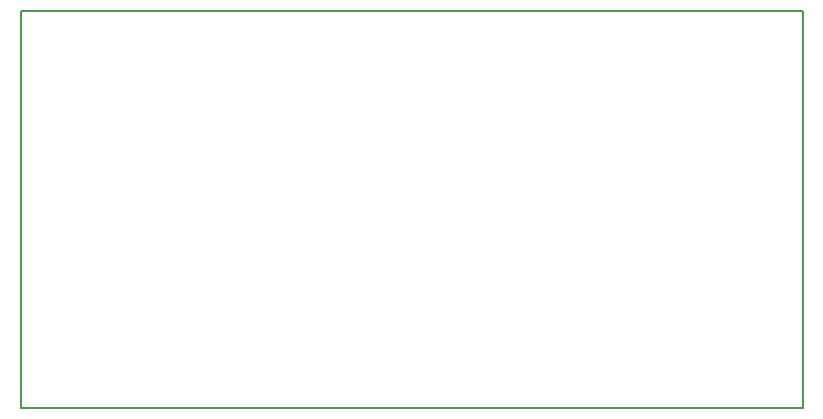
<source format=gbr>
G04 PROTEUS RS274X GERBER FILE*
%FSLAX45Y45*%
%MOMM*%
G01*
%ADD18C,0.203200*%
D18*
X-3108960Y+4765040D02*
X+3512000Y+4765040D01*
X+3512000Y+8128000D01*
X-3108960Y+8128000D01*
X-3108960Y+4765040D01*
M02*

</source>
